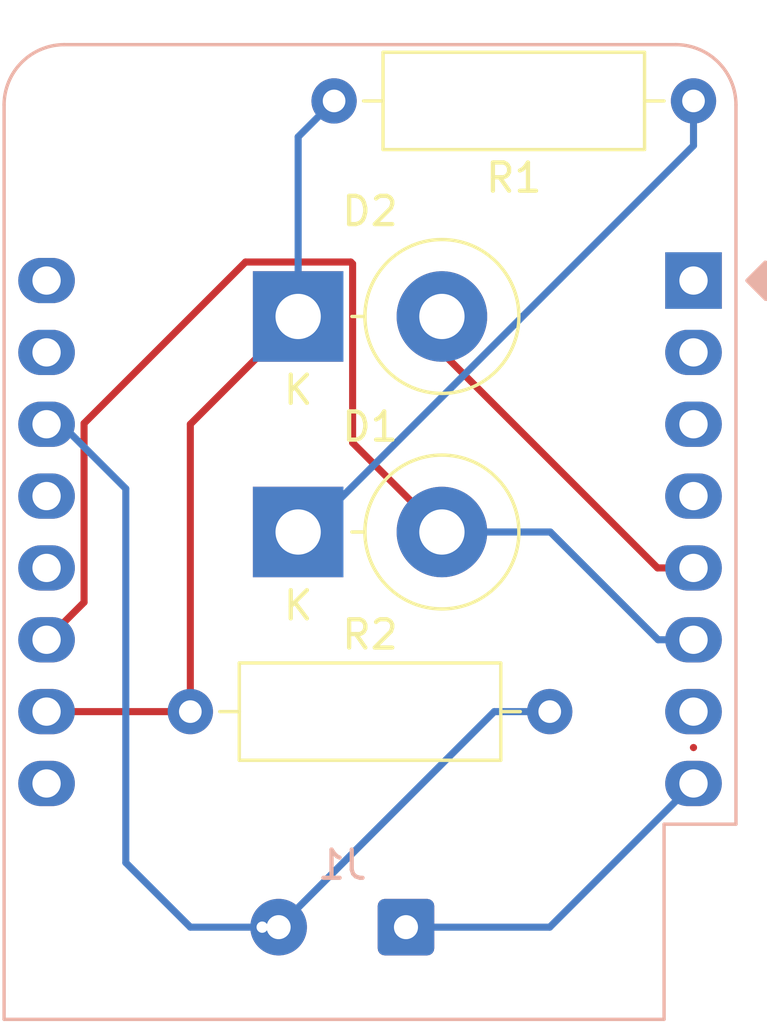
<source format=kicad_pcb>
(kicad_pcb (version 20171130) (host pcbnew "(5.1.6)-1")

  (general
    (thickness 1.6)
    (drawings 0)
    (tracks 36)
    (zones 0)
    (modules 6)
    (nets 17)
  )

  (page A4)
  (layers
    (0 Proto_Haut signal)
    (31 Proto_Bas signal)
    (33 F.Adhes user)
    (35 F.Paste user)
    (37 F.SilkS user)
    (38 B.Mask user)
    (39 F.Mask user)
    (40 Dwgs.User user)
    (41 Cmts.User user)
    (42 Eco1.User user)
    (43 Eco2.User user hide)
    (44 Edge.Cuts user hide)
    (45 Margin user hide)
    (46 B.CrtYd user)
    (47 F.CrtYd user)
    (49 F.Fab user)
  )

  (setup
    (last_trace_width 0.25)
    (trace_clearance 0.2)
    (zone_clearance 0.508)
    (zone_45_only no)
    (trace_min 0.2)
    (via_size 0.8)
    (via_drill 0.4)
    (via_min_size 0.4)
    (via_min_drill 0.3)
    (uvia_size 0.3)
    (uvia_drill 0.1)
    (uvias_allowed no)
    (uvia_min_size 0.2)
    (uvia_min_drill 0.1)
    (edge_width 0.05)
    (segment_width 0.2)
    (pcb_text_width 0.3)
    (pcb_text_size 1.5 1.5)
    (mod_edge_width 0.12)
    (mod_text_size 1 1)
    (mod_text_width 0.15)
    (pad_size 3.2 3.2)
    (pad_drill 1.6)
    (pad_to_mask_clearance 0.05)
    (aux_axis_origin 0 0)
    (visible_elements 7FFFFFFF)
    (pcbplotparams
      (layerselection 0x010fc_ffffffff)
      (usegerberextensions false)
      (usegerberattributes true)
      (usegerberadvancedattributes true)
      (creategerberjobfile true)
      (excludeedgelayer true)
      (linewidth 0.100000)
      (plotframeref false)
      (viasonmask false)
      (mode 1)
      (useauxorigin false)
      (hpglpennumber 1)
      (hpglpenspeed 20)
      (hpglpendiameter 15.000000)
      (psnegative false)
      (psa4output false)
      (plotreference true)
      (plotvalue true)
      (plotinvisibletext false)
      (padsonsilk false)
      (subtractmaskfromsilk false)
      (outputformat 1)
      (mirror false)
      (drillshape 1)
      (scaleselection 1)
      (outputdirectory ""))
  )

  (net 0 "")
  (net 1 "Net-(D1-Pad2)")
  (net 2 "Net-(D1-Pad1)")
  (net 3 "Net-(D2-Pad2)")
  (net 4 "Net-(D2-Pad1)")
  (net 5 "Net-(J1-Pad2)")
  (net 6 "Net-(J1-Pad1)")
  (net 7 "Net-(U1-Pad16)")
  (net 8 "Net-(U1-Pad15)")
  (net 9 "Net-(U1-Pad13)")
  (net 10 "Net-(U1-Pad12)")
  (net 11 "Net-(U1-Pad9)")
  (net 12 "Net-(U1-Pad4)")
  (net 13 "Net-(U1-Pad3)")
  (net 14 "Net-(U1-Pad1)")
  (net 15 "Net-(U1-Pad2)")
  (net 16 "Net-(U1-Pad7)")

  (net_class Default "This is the default net class."
    (clearance 0.2)
    (trace_width 0.25)
    (via_dia 0.8)
    (via_drill 0.4)
    (uvia_dia 0.3)
    (uvia_drill 0.1)
    (add_net "Net-(D1-Pad1)")
    (add_net "Net-(D1-Pad2)")
    (add_net "Net-(D2-Pad1)")
    (add_net "Net-(D2-Pad2)")
    (add_net "Net-(J1-Pad1)")
    (add_net "Net-(J1-Pad2)")
    (add_net "Net-(U1-Pad1)")
    (add_net "Net-(U1-Pad12)")
    (add_net "Net-(U1-Pad13)")
    (add_net "Net-(U1-Pad15)")
    (add_net "Net-(U1-Pad16)")
    (add_net "Net-(U1-Pad2)")
    (add_net "Net-(U1-Pad3)")
    (add_net "Net-(U1-Pad4)")
    (add_net "Net-(U1-Pad7)")
    (add_net "Net-(U1-Pad9)")
  )

  (module Connector_Wire:SolderWire-0.25sqmm_1x02_P4.5mm_D0.65mm_OD2mm (layer Proto_Bas) (tedit 5EB70B44) (tstamp 5F5A9DBE)
    (at 73.66 82.55 180)
    (descr "Soldered wire connection, for 2 times 0.25 mm² wires, reinforced insulation, conductor diameter 0.65mm, outer diameter 2mm, size source Multi-Contact FLEXI-2V 0.25 (https://ec.staubli.com/AcroFiles/Catalogues/TM_Cab-Main-11014119_(en)_hi.pdf), bend radius 3 times outer diameter, generated with kicad-footprint-generator")
    (tags "connector wire 0.25sqmm")
    (path /5F5AB257)
    (fp_text reference J1 (at 2.25 2.2) (layer B.SilkS)
      (effects (font (size 1 1) (thickness 0.15)) (justify mirror))
    )
    (fp_text value Conn_01x02 (at 2.25 -2.2) (layer B.Fab)
      (effects (font (size 1 1) (thickness 0.15)) (justify mirror))
    )
    (fp_line (start 6.25 1.5) (end 2.75 1.5) (layer B.CrtYd) (width 0.05))
    (fp_line (start 6.25 -1.5) (end 6.25 1.5) (layer B.CrtYd) (width 0.05))
    (fp_line (start 2.75 -1.5) (end 6.25 -1.5) (layer B.CrtYd) (width 0.05))
    (fp_line (start 2.75 1.5) (end 2.75 -1.5) (layer B.CrtYd) (width 0.05))
    (fp_line (start 1.75 1.5) (end -1.75 1.5) (layer B.CrtYd) (width 0.05))
    (fp_line (start 1.75 -1.5) (end 1.75 1.5) (layer B.CrtYd) (width 0.05))
    (fp_line (start -1.75 -1.5) (end 1.75 -1.5) (layer B.CrtYd) (width 0.05))
    (fp_line (start -1.75 1.5) (end -1.75 -1.5) (layer B.CrtYd) (width 0.05))
    (fp_circle (center 4.5 0) (end 5.5 0) (layer B.Fab) (width 0.1))
    (fp_circle (center 0 0) (end 1 0) (layer B.Fab) (width 0.1))
    (fp_text user %R (at 2.25 0 -90) (layer B.Fab)
      (effects (font (size 0.75 0.75) (thickness 0.11)) (justify mirror))
    )
    (pad 2 thru_hole circle (at 4.5 0 180) (size 2 2) (drill 0.85) (layers *.Cu *.Mask)
      (net 5 "Net-(J1-Pad2)"))
    (pad 1 thru_hole roundrect (at 0 0 180) (size 2 2) (drill 0.85) (layers *.Cu *.Mask) (roundrect_rratio 0.125)
      (net 6 "Net-(J1-Pad1)"))
    (model ${KISYS3DMOD}/Connector_Wire.3dshapes/SolderWire-0.25sqmm_1x02_P4.5mm_D0.65mm_OD2mm.wrl
      (at (xyz 0 0 0))
      (scale (xyz 1 1 1))
      (rotate (xyz 0 0 0))
    )
  )

  (module Module:WEMOS_D1_mini_light locked (layer Proto_Bas) (tedit 5BBFB1CE) (tstamp 5F5A9E2F)
    (at 83.82 59.69 180)
    (descr "16-pin module, column spacing 22.86 mm (900 mils), https://wiki.wemos.cc/products:d1:d1_mini, https://c1.staticflickr.com/1/734/31400410271_f278b087db_z.jpg")
    (tags "ESP8266 WiFi microcontroller")
    (path /5F5A81C5)
    (attr virtual)
    (fp_text reference U1 (at 22 -27) (layer B.SilkS)
      (effects (font (size 1 1) (thickness 0.15)) (justify mirror))
    )
    (fp_text value WeMos_D1_mini (at 11.7 0) (layer B.Fab)
      (effects (font (size 1 1) (thickness 0.15)) (justify mirror))
    )
    (fp_line (start 1.04 -19.22) (end 1.04 -26.12) (layer B.SilkS) (width 0.12))
    (fp_line (start -1.5 -19.22) (end 1.04 -19.22) (layer B.SilkS) (width 0.12))
    (fp_line (start -0.37 0) (end -1.37 1) (layer B.Fab) (width 0.1))
    (fp_line (start -1.37 -1) (end -0.37 0) (layer B.Fab) (width 0.1))
    (fp_line (start -1.37 6.21) (end -1.37 1) (layer B.Fab) (width 0.1))
    (fp_line (start 1.17 -19.09) (end 1.17 -25.99) (layer B.Fab) (width 0.1))
    (fp_line (start -1.37 -19.09) (end 1.17 -19.09) (layer B.Fab) (width 0.1))
    (fp_line (start -1.35 7.4) (end -0.55 8.2) (layer Dwgs.User) (width 0.1))
    (fp_line (start -1.3 5.45) (end 1.45 8.2) (layer Dwgs.User) (width 0.1))
    (fp_line (start -1.35 3.4) (end 3.45 8.2) (layer Dwgs.User) (width 0.1))
    (fp_line (start 22.65 1.4) (end 24.25 3) (layer Dwgs.User) (width 0.1))
    (fp_line (start 20.65 1.4) (end 24.25 5) (layer Dwgs.User) (width 0.1))
    (fp_line (start 18.65 1.4) (end 24.25 7) (layer Dwgs.User) (width 0.1))
    (fp_line (start 16.65 1.4) (end 23.45 8.2) (layer Dwgs.User) (width 0.1))
    (fp_line (start 14.65 1.4) (end 21.45 8.2) (layer Dwgs.User) (width 0.1))
    (fp_line (start 12.65 1.4) (end 19.45 8.2) (layer Dwgs.User) (width 0.1))
    (fp_line (start 10.65 1.4) (end 17.45 8.2) (layer Dwgs.User) (width 0.1))
    (fp_line (start 8.65 1.4) (end 15.45 8.2) (layer Dwgs.User) (width 0.1))
    (fp_line (start 6.65 1.4) (end 13.45 8.2) (layer Dwgs.User) (width 0.1))
    (fp_line (start 4.65 1.4) (end 11.45 8.2) (layer Dwgs.User) (width 0.1))
    (fp_line (start 2.65 1.4) (end 9.45 8.2) (layer Dwgs.User) (width 0.1))
    (fp_line (start 0.65 1.4) (end 7.45 8.2) (layer Dwgs.User) (width 0.1))
    (fp_line (start -1.35 1.4) (end 5.45 8.2) (layer Dwgs.User) (width 0.1))
    (fp_line (start -1.35 8.2) (end -1.35 1.4) (layer Dwgs.User) (width 0.1))
    (fp_line (start 24.25 8.2) (end -1.35 8.2) (layer Dwgs.User) (width 0.1))
    (fp_line (start 24.25 1.4) (end 24.25 8.2) (layer Dwgs.User) (width 0.1))
    (fp_line (start -1.35 1.4) (end 24.25 1.4) (layer Dwgs.User) (width 0.1))
    (fp_poly (pts (xy -2.54 0.635) (xy -2.54 -0.635) (xy -1.905 0)) (layer B.SilkS) (width 0.15))
    (fp_line (start -1.62 -26.24) (end -1.62 8.46) (layer B.CrtYd) (width 0.05))
    (fp_line (start 24.48 -26.24) (end -1.62 -26.24) (layer B.CrtYd) (width 0.05))
    (fp_line (start 24.48 8.41) (end 24.48 -26.24) (layer B.CrtYd) (width 0.05))
    (fp_line (start -1.62 8.46) (end 24.48 8.46) (layer B.CrtYd) (width 0.05))
    (fp_line (start -1.37 -1) (end -1.37 -19.09) (layer B.Fab) (width 0.1))
    (fp_line (start 22.23 8.21) (end 0.63 8.21) (layer B.Fab) (width 0.1))
    (fp_line (start 24.23 -25.99) (end 24.23 6.21) (layer B.Fab) (width 0.1))
    (fp_line (start 1.17 -25.99) (end 24.23 -25.99) (layer B.Fab) (width 0.1))
    (fp_line (start 22.24 8.34) (end 0.63 8.34) (layer B.SilkS) (width 0.12))
    (fp_line (start 24.36 -26.12) (end 24.36 6.21) (layer B.SilkS) (width 0.12))
    (fp_line (start -1.5 -19.22) (end -1.5 6.21) (layer B.SilkS) (width 0.12))
    (fp_line (start 1.04 -26.12) (end 24.36 -26.12) (layer B.SilkS) (width 0.12))
    (fp_text user "No copper" (at 11.43 3.81) (layer Cmts.User)
      (effects (font (size 1 1) (thickness 0.15)))
    )
    (fp_text user "KEEP OUT" (at 11.43 6.35) (layer Cmts.User)
      (effects (font (size 1 1) (thickness 0.15)))
    )
    (fp_arc (start 22.23 6.21) (end 24.36 6.21) (angle 90) (layer B.SilkS) (width 0.12))
    (fp_arc (start 0.63 6.21) (end 0.63 8.34) (angle 90) (layer B.SilkS) (width 0.12))
    (fp_arc (start 22.23 6.21) (end 24.23 6.19) (angle 90) (layer B.Fab) (width 0.1))
    (fp_arc (start 0.63 6.21) (end 0.63 8.21) (angle 90) (layer B.Fab) (width 0.1))
    (fp_text user %R (at 11.43 -10) (layer B.Fab)
      (effects (font (size 1 1) (thickness 0.15)) (justify mirror))
    )
    (pad 16 thru_hole oval (at 22.86 0 180) (size 2 1.6) (drill 1) (layers *.Cu *.Mask)
      (net 7 "Net-(U1-Pad16)"))
    (pad 15 thru_hole oval (at 22.86 -2.54 180) (size 2 1.6) (drill 1) (layers *.Cu *.Mask)
      (net 8 "Net-(U1-Pad15)"))
    (pad 14 thru_hole oval (at 22.86 -5.08 180) (size 2 1.6) (drill 1) (layers *.Cu *.Mask)
      (net 5 "Net-(J1-Pad2)"))
    (pad 13 thru_hole oval (at 22.86 -7.62 180) (size 2 1.6) (drill 1) (layers *.Cu *.Mask)
      (net 9 "Net-(U1-Pad13)"))
    (pad 12 thru_hole oval (at 22.86 -10.16 180) (size 2 1.6) (drill 1) (layers *.Cu *.Mask)
      (net 10 "Net-(U1-Pad12)"))
    (pad 11 thru_hole oval (at 22.86 -12.7 180) (size 2 1.6) (drill 1) (layers *.Cu *.Mask)
      (net 1 "Net-(D1-Pad2)"))
    (pad 10 thru_hole oval (at 22.86 -15.24 180) (size 2 1.6) (drill 1) (layers *.Cu *.Mask)
      (net 4 "Net-(D2-Pad1)"))
    (pad 9 thru_hole oval (at 22.86 -17.78 180) (size 2 1.6) (drill 1) (layers *.Cu *.Mask)
      (net 11 "Net-(U1-Pad9)"))
    (pad 8 thru_hole oval (at 0 -17.78 180) (size 2 1.6) (drill 1) (layers *.Cu *.Mask)
      (net 6 "Net-(J1-Pad1)"))
    (pad 7 thru_hole oval (at 0 -15.24 180) (size 2 1.6) (drill 1) (layers *.Cu *.Mask)
      (net 16 "Net-(U1-Pad7)"))
    (pad 6 thru_hole oval (at 0 -12.7 180) (size 2 1.6) (drill 1) (layers *.Cu *.Mask)
      (net 1 "Net-(D1-Pad2)"))
    (pad 5 thru_hole oval (at 0 -10.16 180) (size 2 1.6) (drill 1) (layers *.Cu *.Mask)
      (net 3 "Net-(D2-Pad2)"))
    (pad 4 thru_hole oval (at 0 -7.62 180) (size 2 1.6) (drill 1) (layers *.Cu *.Mask)
      (net 12 "Net-(U1-Pad4)"))
    (pad 3 thru_hole oval (at 0 -5.08 180) (size 2 1.6) (drill 1) (layers *.Cu *.Mask)
      (net 13 "Net-(U1-Pad3)"))
    (pad 1 thru_hole rect (at 0 0 180) (size 2 2) (drill 1) (layers *.Cu *.Mask)
      (net 14 "Net-(U1-Pad1)"))
    (pad 2 thru_hole oval (at 0 -2.54 180) (size 2 1.6) (drill 1) (layers *.Cu *.Mask)
      (net 15 "Net-(U1-Pad2)"))
    (model ${KISYS3DMOD}/Module.3dshapes/WEMOS_D1_mini_light.wrl
      (at (xyz 0 0 0))
      (scale (xyz 1 1 1))
      (rotate (xyz 0 0 0))
    )
    (model ${KISYS3DMOD}/Connector_PinHeader_2.54mm.3dshapes/PinHeader_1x08_P2.54mm_Vertical.wrl
      (offset (xyz 0 0 9.5))
      (scale (xyz 1 1 1))
      (rotate (xyz 0 -180 0))
    )
    (model ${KISYS3DMOD}/Connector_PinHeader_2.54mm.3dshapes/PinHeader_1x08_P2.54mm_Vertical.wrl
      (offset (xyz 22.86 0 9.5))
      (scale (xyz 1 1 1))
      (rotate (xyz 0 -180 0))
    )
    (model ${KISYS3DMOD}/Connector_PinSocket_2.54mm.3dshapes/PinSocket_1x08_P2.54mm_Vertical.wrl
      (at (xyz 0 0 0))
      (scale (xyz 1 1 1))
      (rotate (xyz 0 0 0))
    )
    (model ${KISYS3DMOD}/Connector_PinSocket_2.54mm.3dshapes/PinSocket_1x08_P2.54mm_Vertical.wrl
      (offset (xyz 22.86 0 0))
      (scale (xyz 1 1 1))
      (rotate (xyz 0 0 0))
    )
  )

  (module Resistor_THT:R_Axial_DIN0309_L9.0mm_D3.2mm_P12.70mm_Horizontal (layer Proto_Haut) (tedit 5AE5139B) (tstamp 5F5A9DEC)
    (at 66.04 74.93)
    (descr "Resistor, Axial_DIN0309 series, Axial, Horizontal, pin pitch=12.7mm, 0.5W = 1/2W, length*diameter=9*3.2mm^2, http://cdn-reichelt.de/documents/datenblatt/B400/1_4W%23YAG.pdf")
    (tags "Resistor Axial_DIN0309 series Axial Horizontal pin pitch 12.7mm 0.5W = 1/2W length 9mm diameter 3.2mm")
    (path /5F5ABE3D)
    (fp_text reference R2 (at 6.35 -2.72) (layer F.SilkS)
      (effects (font (size 1 1) (thickness 0.15)))
    )
    (fp_text value R (at 6.35 2.72) (layer F.Fab)
      (effects (font (size 1 1) (thickness 0.15)))
    )
    (fp_line (start 13.75 -1.85) (end -1.05 -1.85) (layer F.CrtYd) (width 0.05))
    (fp_line (start 13.75 1.85) (end 13.75 -1.85) (layer F.CrtYd) (width 0.05))
    (fp_line (start -1.05 1.85) (end 13.75 1.85) (layer F.CrtYd) (width 0.05))
    (fp_line (start -1.05 -1.85) (end -1.05 1.85) (layer F.CrtYd) (width 0.05))
    (fp_line (start 11.66 0) (end 10.97 0) (layer F.SilkS) (width 0.12))
    (fp_line (start 1.04 0) (end 1.73 0) (layer F.SilkS) (width 0.12))
    (fp_line (start 10.97 -1.72) (end 1.73 -1.72) (layer F.SilkS) (width 0.12))
    (fp_line (start 10.97 1.72) (end 10.97 -1.72) (layer F.SilkS) (width 0.12))
    (fp_line (start 1.73 1.72) (end 10.97 1.72) (layer F.SilkS) (width 0.12))
    (fp_line (start 1.73 -1.72) (end 1.73 1.72) (layer F.SilkS) (width 0.12))
    (fp_line (start 12.7 0) (end 10.85 0) (layer F.Fab) (width 0.1))
    (fp_line (start 0 0) (end 1.85 0) (layer F.Fab) (width 0.1))
    (fp_line (start 10.85 -1.6) (end 1.85 -1.6) (layer F.Fab) (width 0.1))
    (fp_line (start 10.85 1.6) (end 10.85 -1.6) (layer F.Fab) (width 0.1))
    (fp_line (start 1.85 1.6) (end 10.85 1.6) (layer F.Fab) (width 0.1))
    (fp_line (start 1.85 -1.6) (end 1.85 1.6) (layer F.Fab) (width 0.1))
    (fp_text user %R (at 6.35 0) (layer F.Fab)
      (effects (font (size 1 1) (thickness 0.15)))
    )
    (pad 2 thru_hole oval (at 12.7 0) (size 1.6 1.6) (drill 0.8) (layers *.Cu *.Mask)
      (net 5 "Net-(J1-Pad2)"))
    (pad 1 thru_hole circle (at 0 0) (size 1.6 1.6) (drill 0.8) (layers *.Cu *.Mask)
      (net 4 "Net-(D2-Pad1)"))
    (model ${KISYS3DMOD}/Resistor_THT.3dshapes/R_Axial_DIN0309_L9.0mm_D3.2mm_P12.70mm_Horizontal.wrl
      (at (xyz 0 0 0))
      (scale (xyz 1 1 1))
      (rotate (xyz 0 0 0))
    )
  )

  (module Resistor_THT:R_Axial_DIN0309_L9.0mm_D3.2mm_P12.70mm_Horizontal (layer Proto_Haut) (tedit 5AE5139B) (tstamp 5F5A9DD5)
    (at 83.82 53.34 180)
    (descr "Resistor, Axial_DIN0309 series, Axial, Horizontal, pin pitch=12.7mm, 0.5W = 1/2W, length*diameter=9*3.2mm^2, http://cdn-reichelt.de/documents/datenblatt/B400/1_4W%23YAG.pdf")
    (tags "Resistor Axial_DIN0309 series Axial Horizontal pin pitch 12.7mm 0.5W = 1/2W length 9mm diameter 3.2mm")
    (path /5F5AC5A8)
    (fp_text reference R1 (at 6.35 -2.72) (layer F.SilkS)
      (effects (font (size 1 1) (thickness 0.15)))
    )
    (fp_text value R (at 6.35 2.72) (layer F.Fab)
      (effects (font (size 1 1) (thickness 0.15)))
    )
    (fp_line (start 13.75 -1.85) (end -1.05 -1.85) (layer F.CrtYd) (width 0.05))
    (fp_line (start 13.75 1.85) (end 13.75 -1.85) (layer F.CrtYd) (width 0.05))
    (fp_line (start -1.05 1.85) (end 13.75 1.85) (layer F.CrtYd) (width 0.05))
    (fp_line (start -1.05 -1.85) (end -1.05 1.85) (layer F.CrtYd) (width 0.05))
    (fp_line (start 11.66 0) (end 10.97 0) (layer F.SilkS) (width 0.12))
    (fp_line (start 1.04 0) (end 1.73 0) (layer F.SilkS) (width 0.12))
    (fp_line (start 10.97 -1.72) (end 1.73 -1.72) (layer F.SilkS) (width 0.12))
    (fp_line (start 10.97 1.72) (end 10.97 -1.72) (layer F.SilkS) (width 0.12))
    (fp_line (start 1.73 1.72) (end 10.97 1.72) (layer F.SilkS) (width 0.12))
    (fp_line (start 1.73 -1.72) (end 1.73 1.72) (layer F.SilkS) (width 0.12))
    (fp_line (start 12.7 0) (end 10.85 0) (layer F.Fab) (width 0.1))
    (fp_line (start 0 0) (end 1.85 0) (layer F.Fab) (width 0.1))
    (fp_line (start 10.85 -1.6) (end 1.85 -1.6) (layer F.Fab) (width 0.1))
    (fp_line (start 10.85 1.6) (end 10.85 -1.6) (layer F.Fab) (width 0.1))
    (fp_line (start 1.85 1.6) (end 10.85 1.6) (layer F.Fab) (width 0.1))
    (fp_line (start 1.85 -1.6) (end 1.85 1.6) (layer F.Fab) (width 0.1))
    (fp_text user %R (at 6.35 0) (layer F.Fab)
      (effects (font (size 1 1) (thickness 0.15)))
    )
    (pad 2 thru_hole oval (at 12.7 0 180) (size 1.6 1.6) (drill 0.8) (layers *.Cu *.Mask)
      (net 4 "Net-(D2-Pad1)"))
    (pad 1 thru_hole circle (at 0 0 180) (size 1.6 1.6) (drill 0.8) (layers *.Cu *.Mask)
      (net 2 "Net-(D1-Pad1)"))
    (model ${KISYS3DMOD}/Resistor_THT.3dshapes/R_Axial_DIN0309_L9.0mm_D3.2mm_P12.70mm_Horizontal.wrl
      (at (xyz 0 0 0))
      (scale (xyz 1 1 1))
      (rotate (xyz 0 0 0))
    )
  )

  (module Diode_THT:D_DO-201AD_P5.08mm_Vertical_KathodeUp (layer Proto_Haut) (tedit 5AE50CD5) (tstamp 5F5A9DAD)
    (at 69.85 60.96)
    (descr "Diode, DO-201AD series, Axial, Vertical, pin pitch=5.08mm, , length*diameter=9.5*5.2mm^2, , http://www.diodes.com/_files/packages/DO-201AD.pdf")
    (tags "Diode DO-201AD series Axial Vertical pin pitch 5.08mm  length 9.5mm diameter 5.2mm")
    (path /5F5A9938)
    (fp_text reference D2 (at 2.54 -3.72) (layer F.SilkS)
      (effects (font (size 1 1) (thickness 0.15)))
    )
    (fp_text value "LED Rouge" (at 2.54 5.498) (layer F.Fab)
      (effects (font (size 1 1) (thickness 0.15)))
    )
    (fp_line (start 7.93 -2.85) (end -1.85 -2.85) (layer F.CrtYd) (width 0.05))
    (fp_line (start 7.93 2.85) (end 7.93 -2.85) (layer F.CrtYd) (width 0.05))
    (fp_line (start -1.85 2.85) (end 7.93 2.85) (layer F.CrtYd) (width 0.05))
    (fp_line (start -1.85 -2.85) (end -1.85 2.85) (layer F.CrtYd) (width 0.05))
    (fp_line (start 2.36 0) (end 1.9 0) (layer F.SilkS) (width 0.12))
    (fp_line (start 0 0) (end 5.08 0) (layer F.Fab) (width 0.1))
    (fp_circle (center 5.08 0) (end 7.8 0) (layer F.SilkS) (width 0.12))
    (fp_circle (center 5.08 0) (end 7.68 0) (layer F.Fab) (width 0.1))
    (fp_text user K (at 0 2.6) (layer F.SilkS)
      (effects (font (size 1 1) (thickness 0.15)))
    )
    (fp_text user K (at 0 2.6) (layer F.Fab)
      (effects (font (size 1 1) (thickness 0.15)))
    )
    (fp_text user %R (at 2.54 -3.72) (layer F.Fab)
      (effects (font (size 1 1) (thickness 0.15)))
    )
    (pad 2 thru_hole oval (at 5.08 0) (size 3.2 3.2) (drill 1.6) (layers *.Cu *.Mask)
      (net 3 "Net-(D2-Pad2)"))
    (pad 1 thru_hole rect (at 0 0) (size 3.2 3.2) (drill 1.6) (layers *.Cu *.Mask)
      (net 4 "Net-(D2-Pad1)"))
    (model ${KISYS3DMOD}/Diode_THT.3dshapes/D_DO-201AD_P5.08mm_Vertical_KathodeUp.wrl
      (at (xyz 0 0 0))
      (scale (xyz 1 1 1))
      (rotate (xyz 0 0 0))
    )
  )

  (module Diode_THT:D_DO-201AD_P5.08mm_Vertical_KathodeUp (layer Proto_Haut) (tedit 5AE50CD5) (tstamp 5F5A9D9C)
    (at 69.85 68.58)
    (descr "Diode, DO-201AD series, Axial, Vertical, pin pitch=5.08mm, , length*diameter=9.5*5.2mm^2, , http://www.diodes.com/_files/packages/DO-201AD.pdf")
    (tags "Diode DO-201AD series Axial Vertical pin pitch 5.08mm  length 9.5mm diameter 5.2mm")
    (path /5F5A9FC4)
    (fp_text reference D1 (at 2.54 -3.72) (layer F.SilkS)
      (effects (font (size 1 1) (thickness 0.15)))
    )
    (fp_text value "LED Bleue" (at 2.54 5.498) (layer F.Fab)
      (effects (font (size 1 1) (thickness 0.15)))
    )
    (fp_line (start 7.93 -2.85) (end -1.85 -2.85) (layer F.CrtYd) (width 0.05))
    (fp_line (start 7.93 2.85) (end 7.93 -2.85) (layer F.CrtYd) (width 0.05))
    (fp_line (start -1.85 2.85) (end 7.93 2.85) (layer F.CrtYd) (width 0.05))
    (fp_line (start -1.85 -2.85) (end -1.85 2.85) (layer F.CrtYd) (width 0.05))
    (fp_line (start 2.36 0) (end 1.9 0) (layer F.SilkS) (width 0.12))
    (fp_line (start 0 0) (end 5.08 0) (layer F.Fab) (width 0.1))
    (fp_circle (center 5.08 0) (end 7.8 0) (layer F.SilkS) (width 0.12))
    (fp_circle (center 5.08 0) (end 7.68 0) (layer F.Fab) (width 0.1))
    (fp_text user K (at 0 2.6) (layer F.SilkS)
      (effects (font (size 1 1) (thickness 0.15)))
    )
    (fp_text user K (at 0 2.6) (layer F.Fab)
      (effects (font (size 1 1) (thickness 0.15)))
    )
    (fp_text user %R (at 2.54 -3.72) (layer F.Fab)
      (effects (font (size 1 1) (thickness 0.15)))
    )
    (pad 2 thru_hole oval (at 5.08 0) (size 3.2 3.2) (drill 1.6) (layers *.Cu *.Mask)
      (net 1 "Net-(D1-Pad2)"))
    (pad 1 thru_hole rect (at 0 0) (size 3.2 3.2) (drill 1.6) (layers *.Cu *.Mask)
      (net 2 "Net-(D1-Pad1)"))
    (model ${KISYS3DMOD}/Diode_THT.3dshapes/D_DO-201AD_P5.08mm_Vertical_KathodeUp.wrl
      (at (xyz 0 0 0))
      (scale (xyz 1 1 1))
      (rotate (xyz 0 0 0))
    )
  )

  (via (at 60.96 72.39) (size 0.8) (drill 0.4) (layers Proto_Haut Proto_Bas) (net 1))
  (segment (start 67.989999 59.034999) (end 62.28501 64.739988) (width 0.25) (layer Proto_Haut) (net 1))
  (segment (start 62.28501 64.739988) (end 62.28501 71.06499) (width 0.25) (layer Proto_Haut) (net 1))
  (segment (start 71.710001 59.034999) (end 67.989999 59.034999) (width 0.25) (layer Proto_Haut) (net 1))
  (segment (start 62.28501 71.06499) (end 60.96 72.39) (width 0.25) (layer Proto_Haut) (net 1))
  (segment (start 71.775001 59.099999) (end 71.710001 59.034999) (width 0.25) (layer Proto_Haut) (net 1))
  (segment (start 71.775001 65.425001) (end 71.775001 59.099999) (width 0.25) (layer Proto_Haut) (net 1))
  (segment (start 74.93 68.58) (end 71.775001 65.425001) (width 0.25) (layer Proto_Haut) (net 1))
  (segment (start 70.159002 68.58) (end 69.85 68.58) (width 0.25) (layer Proto_Bas) (net 2))
  (segment (start 83.82 54.919002) (end 70.159002 68.58) (width 0.25) (layer Proto_Bas) (net 2))
  (segment (start 83.82 53.34) (end 83.82 54.919002) (width 0.25) (layer Proto_Bas) (net 2))
  (via (at 83.82 72.39) (size 0.8) (drill 0.4) (layers Proto_Haut Proto_Bas) (net 1))
  (segment (start 83.82 72.112741) (end 83.82 72.39) (width 0.25) (layer Proto_Haut) (net 1))
  (segment (start 82.57 72.39) (end 83.82 72.39) (width 0.25) (layer Proto_Bas) (net 1))
  (segment (start 78.76 68.58) (end 82.57 72.39) (width 0.25) (layer Proto_Bas) (net 1))
  (segment (start 74.93 68.58) (end 78.76 68.58) (width 0.25) (layer Proto_Bas) (net 1))
  (segment (start 83.82 69.85) (end 82.55 69.85) (width 0.25) (layer Proto_Haut) (net 3))
  (segment (start 82.55 69.85) (end 74.93 62.23) (width 0.25) (layer Proto_Haut) (net 3))
  (via (at 60.96 74.93) (size 0.8) (drill 0.4) (layers Proto_Haut Proto_Bas) (net 4))
  (segment (start 66.04 64.77) (end 69.85 60.96) (width 0.25) (layer Proto_Haut) (net 4))
  (segment (start 66.04 74.93) (end 66.04 64.77) (width 0.25) (layer Proto_Haut) (net 4))
  (segment (start 69.85 54.61) (end 71.12 53.34) (width 0.25) (layer Proto_Bas) (net 4))
  (segment (start 69.85 60.96) (end 69.85 54.61) (width 0.25) (layer Proto_Bas) (net 4))
  (segment (start 66.04 74.93) (end 60.96 74.93) (width 0.25) (layer Proto_Haut) (net 4))
  (via (at 68.58 82.55) (size 0.8) (drill 0.4) (layers Proto_Haut Proto_Bas) (net 5))
  (via (at 60.96 64.77) (size 0.8) (drill 0.4) (layers Proto_Haut Proto_Bas) (net 5))
  (segment (start 63.760502 67.049498) (end 60.96 64.248996) (width 0.25) (layer Proto_Bas) (net 5) (tstamp 5F5E1AE2))
  (segment (start 76.78 74.93) (end 69.16 82.55) (width 0.25) (layer Proto_Bas) (net 5))
  (segment (start 78.74 74.93) (end 76.78 74.93) (width 0.25) (layer Proto_Bas) (net 5))
  (segment (start 69.16 82.55) (end 66.04 82.55) (width 0.25) (layer Proto_Bas) (net 5))
  (segment (start 63.760502 80.270502) (end 63.760502 67.049498) (width 0.25) (layer Proto_Bas) (net 5))
  (segment (start 66.04 82.55) (end 63.760502 80.270502) (width 0.25) (layer Proto_Bas) (net 5))
  (segment (start 83.82 76.2) (end 83.82 76.2) (width 0.25) (layer Proto_Haut) (net 6) (tstamp 5F5AA4EA))
  (segment (start 83.82 76.2) (end 83.82 76.2) (width 0.25) (layer Proto_Haut) (net 6) (tstamp 5F5AB712))
  (segment (start 78.74 82.55) (end 83.82 77.47) (width 0.25) (layer Proto_Bas) (net 6))
  (segment (start 73.66 82.55) (end 78.74 82.55) (width 0.25) (layer Proto_Bas) (net 6))

)

</source>
